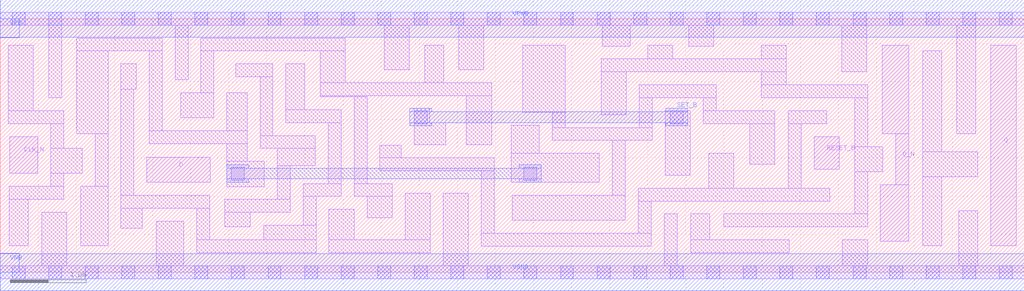
<source format=lef>
# Copyright 2020 The SkyWater PDK Authors
#
# Licensed under the Apache License, Version 2.0 (the "License");
# you may not use this file except in compliance with the License.
# You may obtain a copy of the License at
#
#     https://www.apache.org/licenses/LICENSE-2.0
#
# Unless required by applicable law or agreed to in writing, software
# distributed under the License is distributed on an "AS IS" BASIS,
# WITHOUT WARRANTIES OR CONDITIONS OF ANY KIND, either express or implied.
# See the License for the specific language governing permissions and
# limitations under the License.
#
# SPDX-License-Identifier: Apache-2.0

VERSION 5.5 ;
NAMESCASESENSITIVE ON ;
BUSBITCHARS "[]" ;
DIVIDERCHAR "/" ;
MACRO sky130_fd_sc_hs__dfbbn_1
  CLASS CORE ;
  SOURCE USER ;
  ORIGIN  0.000000  0.000000 ;
  SIZE  13.44000 BY  3.330000 ;
  SYMMETRY X Y ;
  SITE unit ;
  PIN D
    ANTENNAGATEAREA  0.126000 ;
    DIRECTION INPUT ;
    USE SIGNAL ;
    PORT
      LAYER li1 ;
        RECT 1.925000 1.180000 2.755000 1.510000 ;
    END
  END D
  PIN Q
    ANTENNADIFFAREA  0.519000 ;
    DIRECTION OUTPUT ;
    USE SIGNAL ;
    PORT
      LAYER li1 ;
        RECT 13.005000 0.350000 13.340000 2.980000 ;
    END
  END Q
  PIN Q_N
    ANTENNADIFFAREA  0.513400 ;
    DIRECTION OUTPUT ;
    USE SIGNAL ;
    PORT
      LAYER li1 ;
        RECT 11.555000 0.405000 11.925000 1.150000 ;
        RECT 11.575000 1.820000 11.925000 2.980000 ;
        RECT 11.755000 1.150000 11.925000 1.820000 ;
    END
  END Q_N
  PIN RESET_B
    ANTENNAGATEAREA  0.159000 ;
    DIRECTION INPUT ;
    USE SIGNAL ;
    PORT
      LAYER li1 ;
        RECT 10.685000 1.350000 11.015000 1.780000 ;
    END
  END RESET_B
  PIN SET_B
    ANTENNAPARTIALMETALSIDEAREA  2.541000 ;
    DIRECTION INPUT ;
    USE SIGNAL ;
    PORT
      LAYER met1 ;
        RECT 5.375000 1.920000 5.665000 1.965000 ;
        RECT 5.375000 1.965000 9.025000 2.105000 ;
        RECT 5.375000 2.105000 5.665000 2.150000 ;
        RECT 8.735000 1.920000 9.025000 1.965000 ;
        RECT 8.735000 2.105000 9.025000 2.150000 ;
    END
  END SET_B
  PIN CLK_N
    ANTENNAGATEAREA  0.279000 ;
    DIRECTION INPUT ;
    USE CLOCK ;
    PORT
      LAYER li1 ;
        RECT 0.125000 1.300000 0.495000 1.780000 ;
    END
  END CLK_N
  PIN VGND
    DIRECTION INOUT ;
    USE GROUND ;
    PORT
      LAYER met1 ;
        RECT 0.000000 -0.245000 13.440000 0.245000 ;
    END
  END VGND
  PIN VNB
    DIRECTION INOUT ;
    USE GROUND ;
    PORT
    END
  END VNB
  PIN VPB
    DIRECTION INOUT ;
    USE POWER ;
    PORT
    END
  END VPB
  PIN VNB
    DIRECTION INOUT ;
    USE GROUND ;
    PORT
      LAYER met1 ;
        RECT 0.000000 0.000000 0.250000 0.250000 ;
    END
  END VNB
  PIN VPB
    DIRECTION INOUT ;
    USE POWER ;
    PORT
      LAYER met1 ;
        RECT 0.000000 3.080000 0.250000 3.330000 ;
    END
  END VPB
  PIN VPWR
    DIRECTION INOUT ;
    USE POWER ;
    PORT
      LAYER met1 ;
        RECT 0.000000 3.085000 13.440000 3.575000 ;
    END
  END VPWR
  OBS
    LAYER li1 ;
      RECT  0.000000 -0.085000 13.440000 0.085000 ;
      RECT  0.000000  3.245000 13.440000 3.415000 ;
      RECT  0.105000  1.950000  0.835000 2.120000 ;
      RECT  0.105000  2.120000  0.435000 2.980000 ;
      RECT  0.115000  0.350000  0.365000 0.960000 ;
      RECT  0.115000  0.960000  0.835000 1.130000 ;
      RECT  0.545000  0.085000  0.875000 0.790000 ;
      RECT  0.635000  2.290000  0.805000 3.245000 ;
      RECT  0.665000  1.130000  0.835000 1.300000 ;
      RECT  0.665000  1.300000  1.075000 1.630000 ;
      RECT  0.665000  1.630000  0.835000 1.950000 ;
      RECT  1.005000  1.820000  1.415000 2.905000 ;
      RECT  1.005000  2.905000  2.125000 3.075000 ;
      RECT  1.055000  0.350000  1.415000 1.130000 ;
      RECT  1.245000  1.130000  1.415000 1.820000 ;
      RECT  1.585000  0.575000  1.865000 0.840000 ;
      RECT  1.585000  0.840000  2.750000 1.010000 ;
      RECT  1.585000  1.010000  1.755000 2.405000 ;
      RECT  1.585000  2.405000  1.785000 2.735000 ;
      RECT  1.955000  1.685000  3.240000 1.855000 ;
      RECT  1.955000  1.855000  2.125000 2.905000 ;
      RECT  2.045000  0.085000  2.410000 0.670000 ;
      RECT  2.295000  2.525000  2.465000 3.245000 ;
      RECT  2.370000  2.025000  2.805000 2.355000 ;
      RECT  2.580000  0.255000  4.145000 0.425000 ;
      RECT  2.580000  0.425000  2.750000 0.840000 ;
      RECT  2.635000  2.355000  2.805000 2.905000 ;
      RECT  2.635000  2.905000  4.530000 3.075000 ;
      RECT  2.950000  0.595000  3.280000 0.785000 ;
      RECT  2.950000  0.785000  3.805000 0.955000 ;
      RECT  2.975000  1.125000  3.465000 1.455000 ;
      RECT  2.975000  1.455000  3.240000 1.685000 ;
      RECT  2.975000  1.855000  3.240000 2.355000 ;
      RECT  3.090000  2.565000  3.580000 2.735000 ;
      RECT  3.410000  1.625000  4.135000 1.795000 ;
      RECT  3.410000  1.795000  3.580000 2.565000 ;
      RECT  3.460000  0.425000  4.145000 0.615000 ;
      RECT  3.635000  0.955000  3.805000 1.395000 ;
      RECT  3.635000  1.395000  4.135000 1.625000 ;
      RECT  3.750000  1.965000  4.475000 2.135000 ;
      RECT  3.750000  2.135000  4.000000 2.735000 ;
      RECT  3.975000  0.615000  4.145000 0.995000 ;
      RECT  3.975000  0.995000  4.475000 1.165000 ;
      RECT  4.200000  2.305000  4.815000 2.320000 ;
      RECT  4.200000  2.320000  6.450000 2.490000 ;
      RECT  4.200000  2.490000  4.530000 2.905000 ;
      RECT  4.305000  1.165000  4.475000 1.965000 ;
      RECT  4.315000  0.255000  5.645000 0.425000 ;
      RECT  4.315000  0.425000  4.645000 0.825000 ;
      RECT  4.645000  0.995000  5.145000 1.165000 ;
      RECT  4.645000  1.165000  4.815000 2.305000 ;
      RECT  4.815000  0.715000  5.145000 0.995000 ;
      RECT  4.985000  1.335000  6.485000 1.505000 ;
      RECT  4.985000  1.505000  5.265000 1.665000 ;
      RECT  5.040000  2.660000  5.370000 3.245000 ;
      RECT  5.315000  0.425000  5.645000 1.035000 ;
      RECT  5.435000  1.675000  5.850000 1.960000 ;
      RECT  5.435000  1.960000  5.635000 2.150000 ;
      RECT  5.570000  2.490000  5.820000 2.980000 ;
      RECT  5.815000  0.085000  6.145000 1.035000 ;
      RECT  6.020000  2.660000  6.350000 3.245000 ;
      RECT  6.120000  1.675000  6.450000 2.320000 ;
      RECT  6.315000  0.340000  8.545000 0.510000 ;
      RECT  6.315000  0.510000  6.485000 1.335000 ;
      RECT  6.710000  1.180000  7.865000 1.560000 ;
      RECT  6.710000  1.560000  7.075000 1.930000 ;
      RECT  6.720000  0.680000  8.205000 1.010000 ;
      RECT  6.860000  2.100000  7.415000 2.980000 ;
      RECT  7.245000  1.730000  8.560000 1.900000 ;
      RECT  7.245000  1.900000  7.415000 2.100000 ;
      RECT  7.890000  2.070000  8.220000 2.630000 ;
      RECT  7.890000  2.630000 10.320000 2.800000 ;
      RECT  7.905000  2.970000  8.270000 3.245000 ;
      RECT  8.035000  1.010000  8.205000 1.730000 ;
      RECT  8.375000  0.510000  8.545000 0.935000 ;
      RECT  8.375000  0.935000 10.890000 1.105000 ;
      RECT  8.390000  1.900000  8.560000 2.290000 ;
      RECT  8.390000  2.290000  9.400000 2.460000 ;
      RECT  8.500000  2.800000  8.830000 2.980000 ;
      RECT  8.715000  0.085000  8.885000 0.765000 ;
      RECT  8.730000  1.275000  9.060000 2.120000 ;
      RECT  9.035000  2.970000  9.365000 3.245000 ;
      RECT  9.065000  0.255000 10.360000 0.425000 ;
      RECT  9.065000  0.425000  9.315000 0.765000 ;
      RECT  9.230000  1.950000 10.170000 2.120000 ;
      RECT  9.230000  2.120000  9.400000 2.290000 ;
      RECT  9.300000  1.105000  9.630000 1.560000 ;
      RECT  9.495000  0.595000 11.385000 0.765000 ;
      RECT  9.840000  1.420000 10.170000 1.950000 ;
      RECT  9.990000  2.290000 11.385000 2.460000 ;
      RECT  9.990000  2.460000 10.320000 2.630000 ;
      RECT  9.990000  2.800000 10.320000 2.980000 ;
      RECT 10.345000  1.105000 10.515000 1.950000 ;
      RECT 10.345000  1.950000 10.850000 2.120000 ;
      RECT 11.045000  2.630000 11.375000 3.245000 ;
      RECT 11.055000  0.085000 11.385000 0.425000 ;
      RECT 11.215000  0.765000 11.385000 1.320000 ;
      RECT 11.215000  1.320000 11.585000 1.650000 ;
      RECT 11.215000  1.650000 11.385000 2.290000 ;
      RECT 12.110000  0.350000 12.360000 1.255000 ;
      RECT 12.110000  1.255000 12.835000 1.585000 ;
      RECT 12.110000  1.585000 12.360000 2.910000 ;
      RECT 12.555000  1.820000 12.805000 3.245000 ;
      RECT 12.580000  0.085000 12.830000 0.810000 ;
    LAYER mcon ;
      RECT  0.155000 -0.085000  0.325000 0.085000 ;
      RECT  0.155000  3.245000  0.325000 3.415000 ;
      RECT  0.635000 -0.085000  0.805000 0.085000 ;
      RECT  0.635000  3.245000  0.805000 3.415000 ;
      RECT  1.115000 -0.085000  1.285000 0.085000 ;
      RECT  1.115000  3.245000  1.285000 3.415000 ;
      RECT  1.595000 -0.085000  1.765000 0.085000 ;
      RECT  1.595000  3.245000  1.765000 3.415000 ;
      RECT  2.075000 -0.085000  2.245000 0.085000 ;
      RECT  2.075000  3.245000  2.245000 3.415000 ;
      RECT  2.555000 -0.085000  2.725000 0.085000 ;
      RECT  2.555000  3.245000  2.725000 3.415000 ;
      RECT  3.035000 -0.085000  3.205000 0.085000 ;
      RECT  3.035000  1.210000  3.205000 1.380000 ;
      RECT  3.035000  3.245000  3.205000 3.415000 ;
      RECT  3.515000 -0.085000  3.685000 0.085000 ;
      RECT  3.515000  3.245000  3.685000 3.415000 ;
      RECT  3.995000 -0.085000  4.165000 0.085000 ;
      RECT  3.995000  3.245000  4.165000 3.415000 ;
      RECT  4.475000 -0.085000  4.645000 0.085000 ;
      RECT  4.475000  3.245000  4.645000 3.415000 ;
      RECT  4.955000 -0.085000  5.125000 0.085000 ;
      RECT  4.955000  3.245000  5.125000 3.415000 ;
      RECT  5.435000 -0.085000  5.605000 0.085000 ;
      RECT  5.435000  1.950000  5.605000 2.120000 ;
      RECT  5.435000  3.245000  5.605000 3.415000 ;
      RECT  5.915000 -0.085000  6.085000 0.085000 ;
      RECT  5.915000  3.245000  6.085000 3.415000 ;
      RECT  6.395000 -0.085000  6.565000 0.085000 ;
      RECT  6.395000  3.245000  6.565000 3.415000 ;
      RECT  6.875000 -0.085000  7.045000 0.085000 ;
      RECT  6.875000  1.210000  7.045000 1.380000 ;
      RECT  6.875000  3.245000  7.045000 3.415000 ;
      RECT  7.355000 -0.085000  7.525000 0.085000 ;
      RECT  7.355000  3.245000  7.525000 3.415000 ;
      RECT  7.835000 -0.085000  8.005000 0.085000 ;
      RECT  7.835000  3.245000  8.005000 3.415000 ;
      RECT  8.315000 -0.085000  8.485000 0.085000 ;
      RECT  8.315000  3.245000  8.485000 3.415000 ;
      RECT  8.795000 -0.085000  8.965000 0.085000 ;
      RECT  8.795000  1.950000  8.965000 2.120000 ;
      RECT  8.795000  3.245000  8.965000 3.415000 ;
      RECT  9.275000 -0.085000  9.445000 0.085000 ;
      RECT  9.275000  3.245000  9.445000 3.415000 ;
      RECT  9.755000 -0.085000  9.925000 0.085000 ;
      RECT  9.755000  3.245000  9.925000 3.415000 ;
      RECT 10.235000 -0.085000 10.405000 0.085000 ;
      RECT 10.235000  3.245000 10.405000 3.415000 ;
      RECT 10.715000 -0.085000 10.885000 0.085000 ;
      RECT 10.715000  3.245000 10.885000 3.415000 ;
      RECT 11.195000 -0.085000 11.365000 0.085000 ;
      RECT 11.195000  3.245000 11.365000 3.415000 ;
      RECT 11.675000 -0.085000 11.845000 0.085000 ;
      RECT 11.675000  3.245000 11.845000 3.415000 ;
      RECT 12.155000 -0.085000 12.325000 0.085000 ;
      RECT 12.155000  3.245000 12.325000 3.415000 ;
      RECT 12.635000 -0.085000 12.805000 0.085000 ;
      RECT 12.635000  3.245000 12.805000 3.415000 ;
      RECT 13.115000 -0.085000 13.285000 0.085000 ;
      RECT 13.115000  3.245000 13.285000 3.415000 ;
    LAYER met1 ;
      RECT 2.975000 1.180000 3.265000 1.225000 ;
      RECT 2.975000 1.225000 7.105000 1.365000 ;
      RECT 2.975000 1.365000 3.265000 1.410000 ;
      RECT 6.815000 1.180000 7.105000 1.225000 ;
      RECT 6.815000 1.365000 7.105000 1.410000 ;
  END
END sky130_fd_sc_hs__dfbbn_1
END LIBRARY

</source>
